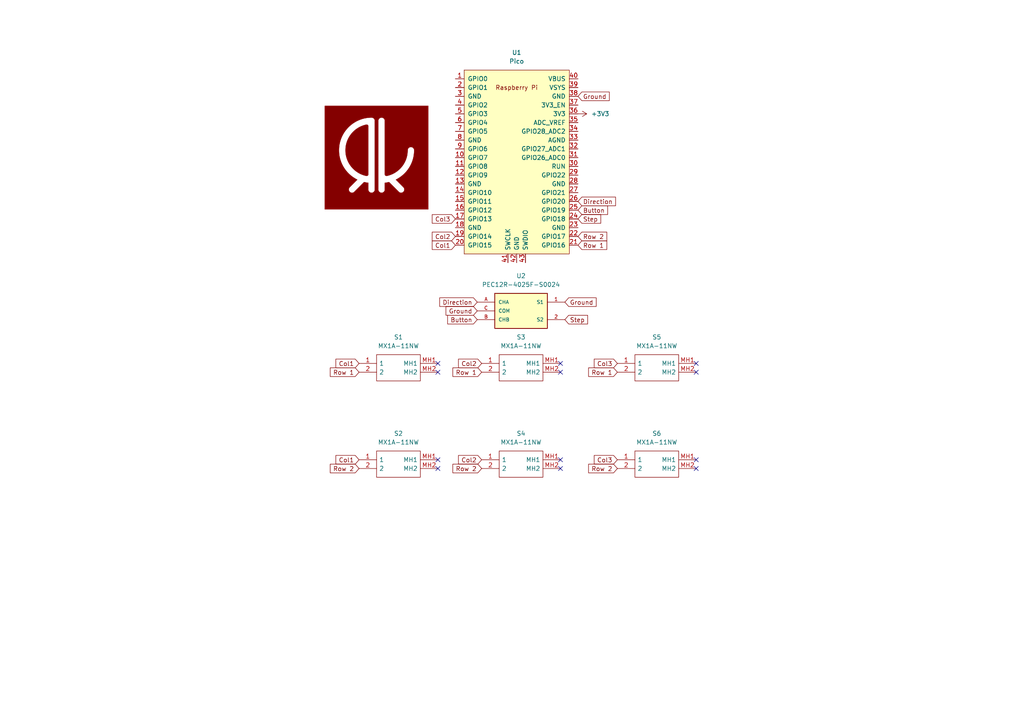
<source format=kicad_sch>
(kicad_sch (version 20211123) (generator eeschema)
  (paper "A4")
  (lib_symbols
    (symbol "KC_LOGO:LOGO" (pin_names (offset 1.016))
      (symbol "LOGO_0_0"
        (polyline (pts (xy -2.8014 -5.2997) (xy -2.7382 -5.2854) (xy -2.6765 -5.2617) (xy -2.6443 -5.2452) (xy -2.5828 -5.2043) (xy -2.529 -5.155) (xy -2.4837 -5.0984) (xy -2.4476 -5.0356) (xy -2.4215 -4.9676) (xy -2.4063 -4.8956) (xy -2.406 -4.8915) (xy -2.4057 -4.8789) (xy -2.4053 -4.8582) (xy -2.405 -4.8293) (xy -2.4047 -4.7922) (xy -2.4044 -4.7466) (xy -2.4042 -4.6924) (xy -2.4039 -4.6297) (xy -2.4036 -4.5582) (xy -2.4034 -4.4779) (xy -2.4032 -4.3886) (xy -2.4029 -4.2903) (xy -2.4027 -4.1829) (xy -2.4025 -4.0662) (xy -2.4024 -3.9401) (xy -2.4022 -3.8045) (xy -2.402 -3.6594) (xy -2.4019 -3.5046) (xy -2.4018 -3.34) (xy -2.4016 -3.1655) (xy -2.4015 -2.9811) (xy -2.4014 -2.7865) (xy -2.4013 -2.5817) (xy -2.4013 -2.3666) (xy -2.4012 -2.1411) (xy -2.4011 -1.9051) (xy -2.4011 0.3748) (xy -2.4012 0.7103) (xy -2.4012 1.0574) (xy -2.4013 1.4161) (xy -2.4014 1.7867) (xy -2.4015 2.1691) (xy -2.4032 9.1837) (xy -2.417 9.2284) (xy -2.4353 9.2795) (xy -2.4668 9.3433) (xy -2.5066 9.4001) (xy -2.5558 9.4519) (xy -2.6002 9.4886) (xy -2.6624 9.5274) (xy -2.7288 9.5549) (xy -2.7997 9.5713) (xy -2.8754 9.5767) (xy -2.888 9.5765) (xy -2.9116 9.5751) (xy -2.9376 9.572) (xy -2.9684 9.5669) (xy -3.0063 9.5593) (xy -3.0536 9.549) (xy -3.2661 9.4987) (xy -3.5198 9.4306) (xy -3.7675 9.355) (xy -4.0114 9.2711) (xy -4.2539 9.1781) (xy -4.4973 9.0754) (xy -4.5414 9.0555) (xy -4.5972 9.0295) (xy -4.6594 8.9997) (xy -4.7259 8.9674) (xy -4.7945 8.9335) (xy -4.8631 8.8991) (xy -4.9296 8.8653) (xy -4.9917 8.8332) (xy -5.0473 8.8038) (xy -5.0944 8.7781) (xy -5.2299 8.701) (xy -5.4866 8.5446) (xy -5.7358 8.379) (xy -5.9775 8.2047) (xy -6.2113 8.0217) (xy -6.4371 7.8304) (xy -6.6548 7.6311) (xy -6.864 7.4241) (xy -7.0648 7.2096) (xy -7.2568 6.9879) (xy -7.4399 6.7592) (xy -7.6139 6.524) (xy -7.7786 6.2823) (xy -7.9338 6.0345) (xy -8.0794 5.7809) (xy -8.2152 5.5218) (xy -8.341 5.2574) (xy -8.4565 4.988) (xy -8.5617 4.7138) (xy -8.6563 4.4353) (xy -8.7402 4.1525) (xy -8.8131 3.8658) (xy -8.8749 3.5755) (xy -8.9254 3.2819) (xy -8.9644 2.9852) (xy -8.9759 2.8748) (xy -8.999 2.574) (xy -9.0103 2.2734) (xy -9.0098 1.9732) (xy -8.9976 1.6739) (xy -8.9737 1.3757) (xy -8.9381 1.079) (xy -8.8909 0.7841) (xy -8.8322 0.4914) (xy -8.762 0.2013) (xy -8.6804 -0.086) (xy -8.5874 -0.37) (xy -8.483 -0.6505) (xy -8.3674 -0.9271) (xy -8.3406 -0.987) (xy -8.2141 -1.2533) (xy -8.078 -1.5131) (xy -7.9321 -1.767) (xy -7.776 -2.0154) (xy -7.6095 -2.2585) (xy -7.4324 -2.497) (xy -7.2443 -2.7311) (xy -7.045 -2.9613) (xy -7.0265 -2.9816) (xy -6.9891 -3.0216) (xy -6.9452 -3.0675) (xy -6.8962 -3.1178) (xy -6.8437 -3.1711) (xy -6.789 -3.226) (xy -6.7337 -3.2809) (xy -6.6791 -3.3345) (xy -6.6267 -3.3853) (xy -6.578 -3.4319) (xy -6.5344 -3.4728) (xy -6.4974 -3.5066) (xy -6.4619 -3.5381) (xy -6.2283 -3.7367) (xy -5.9891 -3.9247) (xy -5.7444 -4.102) (xy -5.4941 -4.2688) (xy -5.238 -4.4251) (xy -4.976 -4.571) (xy -4.7082 -4.7065) (xy -4.4343 -4.8316) (xy -4.4335 -4.832) (xy -4.2424 -4.9118) (xy -4.0509 -4.9856) (xy -3.8571 -5.054) (xy -3.6591 -5.1176) (xy -3.4551 -5.177) (xy -3.2431 -5.2329) (xy -3.0212 -5.2859) (xy -3.0161 -5.287) (xy -2.9388 -5.3004) (xy -2.8678 -5.3047) (xy -2.8014 -5.2997)) (stroke (width 0.01)) (fill (type outline)))
        (polyline (pts (xy 15.0012 15.0011) (xy -15.0011 15.0011) (xy -15.0011 2.0925) (xy -10.9099 2.0925) (xy -10.9094 2.2703) (xy -10.906 2.4447) (xy -10.8997 2.6129) (xy -10.8906 2.7722) (xy -10.8739 2.9832) (xy -10.8374 3.3213) (xy -10.7895 3.6563) (xy -10.73 3.9881) (xy -10.6591 4.3165) (xy -10.5767 4.6413) (xy -10.483 4.9625) (xy -10.378 5.28) (xy -10.2617 5.5934) (xy -10.1341 5.9029) (xy -9.9953 6.2081) (xy -9.8454 6.509) (xy -9.6844 6.8054) (xy -9.5123 7.0973) (xy -9.3649 7.3297) (xy -9.1779 7.6042) (xy -8.9808 7.8727) (xy -8.7741 8.1345) (xy -8.5582 8.3894) (xy -8.3334 8.6367) (xy -8.1001 8.8762) (xy -7.8588 9.1072) (xy -7.6098 9.3295) (xy -7.3535 9.5425) (xy -7.2595 9.617) (xy -6.9903 9.8197) (xy -6.715 10.0122) (xy -6.4338 10.1945) (xy -6.147 10.3662) (xy -5.8549 10.5275) (xy -5.5577 10.6781) (xy -5.2557 10.8181) (xy -4.9491 10.9471) (xy -4.6382 11.0653) (xy -4.3233 11.1724) (xy -4.0046 11.2684) (xy -3.6825 11.3531) (xy -3.357 11.4266) (xy -3.0286 11.4885) (xy -2.6975 11.539) (xy -2.3639 11.5778) (xy -2.0281 11.6048) (xy -2.0131 11.6057) (xy -1.9214 11.6109) (xy -1.8318 11.6152) (xy -1.7452 11.6185) (xy -1.6628 11.6209) (xy -1.5857 11.6222) (xy -1.5151 11.6226) (xy -1.4519 11.622) (xy -1.3974 11.6204) (xy -1.3527 11.6177) (xy -1.3188 11.614) (xy -1.2165 11.5935) (xy -1.115 11.5617) (xy -1.0194 11.5196) (xy -0.9296 11.4669) (xy -0.8456 11.4037) (xy -0.7673 11.33) (xy -0.7398 11.3002) (xy -0.6801 11.2265) (xy -0.6296 11.1493) (xy -0.5872 11.0669) (xy -0.552 10.9774) (xy -0.523 10.8788) (xy -0.5071 10.8158) (xy -0.5053 0.744) (xy -0.5053 0.5354) (xy -0.5052 0.0857) (xy -0.5051 -0.3522) (xy -0.5051 -0.7783) (xy -0.505 -1.1928) (xy -0.505 -1.5957) (xy -0.5049 -1.9871) (xy -0.5049 -2.2072) (xy 0.505 -2.2072) (xy 0.5051 -1.82) (xy 0.5051 -1.4213) (xy 0.5052 -1.0111) (xy 0.5052 -0.5892) (xy 0.5053 -0.1557) (xy 0.5053 0.2897) (xy 0.5054 0.747) (xy 0.5071 10.8158) (xy 0.5231 10.8788) (xy 0.549 10.9689) (xy 0.5813 11.0546) (xy 0.6196 11.1329) (xy 0.6652 11.2059) (xy 0.7192 11.2756) (xy 0.7827 11.3441) (xy 0.8318 11.3904) (xy 0.908 11.4518) (xy 0.9877 11.5032) (xy 1.0726 11.5454) (xy 1.1644 11.5795) (xy 1.2646 11.6064) (xy 1.2755 11.6087) (xy 1.2967 11.6127) (xy 1.318 11.6156) (xy 1.3418 11.6175) (xy 1.3705 11.6187) (xy 1.4065 11.6193) (xy 1.4521 11.6194) (xy 1.4756 11.6194) (xy 1.5162 11.6191) (xy 1.5484 11.6182) (xy 1.5745 11.6167) (xy 1.5968 11.6143) (xy 1.6178 11.6109) (xy 1.6397 11.6064) (xy 1.6816 11.5962) (xy 1.7822 11.5647) (xy 1.8753 11.5243) (xy 1.9622 11.4745) (xy 2.0439 11.4147) (xy 2.1215 11.3442) (xy 2.1572 11.3069) (xy 2.2208 11.2296) (xy 2.2745 11.148) (xy 2.319 11.0608) (xy 2.355 10.9665) (xy 2.3833 10.8638) (xy 2.3971 10.8038) (xy 2.4001 2.9462) (xy 2.4032 -4.9114) (xy 2.4164 -4.9537) (xy 2.4214 -4.9691) (xy 2.4452 -5.0301) (xy 2.4737 -5.083) (xy 2.5089 -5.131) (xy 2.5526 -5.1771) (xy 2.5983 -5.2153) (xy 2.6622 -5.2548) (xy 2.7332 -5.2846) (xy 2.7467 -5.2889) (xy 2.7656 -5.2941) (xy 2.7841 -5.2976) (xy 2.8053 -5.2996) (xy 2.8323 -5.3007) (xy 2.8683 -5.301) (xy 2.8882 -5.301) (xy 2.9096 -5.3006) (xy 2.9301 -5.2996) (xy 2.9512 -5.2976) (xy 2.974 -5.2946) (xy 2.9997 -5.2902) (xy 3.0296 -5.2842) (xy 3.0649 -5.2764) (xy 3.1069 -5.2665) (xy 3.1568 -5.2544) (xy 3.2158 -5.2397) (xy 3.2853 -5.2223) (xy 3.5157 -5.1603) (xy 3.798 -5.0733) (xy 4.077 -4.9751) (xy 4.3523 -4.8659) (xy 4.6234 -4.746) (xy 4.8896 -4.6157) (xy 5.1506 -4.4753) (xy 5.4057 -4.3249) (xy 5.6545 -4.1649) (xy 5.8964 -3.9956) (xy 6.1309 -3.8172) (xy 6.3575 -3.63) (xy 6.4099 -3.5843) (xy 6.4818 -3.5197) (xy 6.5572 -3.4503) (xy 6.6345 -3.3776) (xy 6.7121 -3.303) (xy 6.7883 -3.2283) (xy 6.8617 -3.1549) (xy 6.9306 -3.0844) (xy 6.9933 -3.0183) (xy 7.0483 -2.9583) (xy 7.1212 -2.876) (xy 7.3044 -2.6592) (xy 7.4768 -2.4403) (xy 7.639 -2.2183) (xy 7.792 -1.9919) (xy 7.9364 -1.76) (xy 8.073 -1.5215) (xy 8.2027 -1.2751) (xy 8.3316 -1.007) (xy 8.4509 -0.7315) (xy 8.5588 -0.4525) (xy 8.6551 -0.1701) (xy 8.74 0.1157) (xy 8.8133 0.4048) (xy 8.8751 0.6971) (xy 8.9253 0.9925) (xy 8.964 1.291) (xy 8.991 1.5925) (xy 9.0065 1.897) (xy 9.0069 1.911) (xy 9.0086 1.9636) (xy 9.0102 2.0162) (xy 9.0118 2.0663) (xy 9.0133 2.1116) (xy 9.0145 2.1497) (xy 9.0154 2.1781) (xy 9.0207 2.2532) (xy 9.038 2.3558) (xy 9.0666 2.4545) (xy 9.1064 2.5492) (xy 9.1572 2.6395) (xy 9.219 2.7251) (xy 9.2915 2.8055) (xy 9.3216 2.8346) (xy 9.4007 2.9008) (xy 9.4843 2.9566) (xy 9.5735 3.0026) (xy 9.6694 3.0394) (xy 9.7732 3.0677) (xy 9.7842 3.07) (xy 9.8053 3.074) (xy 9.8267 3.0769) (xy 9.8505 3.0788) (xy 9.8792 3.08) (xy 9.9152 3.0806) (xy 9.9608 3.0808) (xy 10.0106 3.0804) (xy 10.0611 3.0786) (xy 10.1049 3.0749) (xy 10.1452 3.069) (xy 10.1847 3.0603) (xy 10.2264 3.0483) (xy 10.2732 3.0328) (xy 10.3423 3.0061) (xy 10.4197 2.9683) (xy 10.4919 2.9233) (xy 10.5613 2.8696) (xy 10.6303 2.8056) (xy 10.6889 2.7424) (xy 10.7521 2.6601) (xy 10.8045 2.5735) (xy 10.8464 2.4819) (xy 10.8782 2.3844) (xy 10.9004 2.2801) (xy 10.9037 2.2535) (xy 10.9064 2.2138) (xy 10.9083 2.1645) (xy 10.9094 2.107) (xy 10.9097 2.0425) (xy 10.9093 1.9723) (xy 10.908 1.8976) (xy 10.906 1.8199) (xy 10.9033 1.7403) (xy 10.8998 1.6601) (xy 10.8956 1.5806) (xy 10.8908 1.5031) (xy 10.865 1.1954) (xy 10.8259 0.8602) (xy 10.7755 0.5289) (xy 10.7138 0.201) (xy 10.6406 -0.1235) (xy 10.5558 -0.4452) (xy 10.4596 -0.7641) (xy 10.3517 -1.0807) (xy 10.232 -1.3951) (xy 10.167 -1.5535) (xy 10.0317 -1.8587) (xy 9.8857 -2.159) (xy 9.7289 -2.454) (xy 9.5615 -2.7437) (xy 9.3837 -3.0276) (xy 9.1958 -3.3056) (xy 8.9977 -3.5774) (xy 8.7897 -3.8427) (xy 8.5719 -4.1013) (xy 8.5088 -4.1729) (xy 8.2887 -4.4114) (xy 8.0596 -4.6429) (xy 7.8222 -4.867) (xy 7.577 -5.0833) (xy 7.3247 -5.2911) (xy 7.0659 -5.4901) (xy 6.8012 -5.6798) (xy 6.5311 -5.8598) (xy 6.2564 -6.0295) (xy 5.9775 -6.1885) (xy 5.695 -6.3363) (xy 5.5966 -6.3855) (xy 6.719 -7.5086) (xy 6.7908 -7.5805) (xy 6.9162 -7.7061) (xy 7.0333 -7.8234) (xy 7.1422 -7.9327) (xy 7.2431 -8.0339) (xy 7.336 -8.1273) (xy 7.4211 -8.2129) (xy 7.4984 -8.2909) (xy 7.5683 -8.3614) (xy 7.6307 -8.4246) (xy 7.6857 -8.4806) (xy 7.7336 -8.5294) (xy 7.7745 -8.5713) (xy 7.8084 -8.6064) (xy 7.8355 -8.6347) (xy 7.856 -8.6565) (xy 7.8698 -8.6718) (xy 7.8773 -8.6808) (xy 7.9027 -8.7171) (xy 7.9577 -8.8102) (xy 8.0017 -8.908) (xy 8.0346 -9.0101) (xy 8.0562 -9.1162) (xy 8.0586 -9.1352) (xy 8.0631 -9.194) (xy 8.064 -9.2579) (xy 8.0615 -9.3227) (xy 8.0557 -9.3843) (xy 8.0468 -9.4384) (xy 8.0332 -9.4943) (xy 7.9997 -9.5953) (xy 7.9561 -9.6907) (xy 7.903 -9.7799) (xy 7.841 -9.8623) (xy 7.7706 -9.9371) (xy 7.6925 -10.0039) (xy 7.607 -10.0619) (xy 7.5149 -10.1105) (xy 7.4166 -10.1492) (xy 7.4146 -10.1499) (xy 7.3105 -10.1782) (xy 7.2068 -10.1945) (xy 7.1031 -10.1989) (xy 6.9992 -10.1914) (xy 6.8948 -10.172) (xy 6.7896 -10.1405) (xy 6.7348 -10.1188) (xy 6.6591 -10.0814) (xy 6.5859 -10.0374) (xy 6.5195 -9.989) (xy 6.5184 -9.988) (xy 6.5092 -9.9793) (xy 6.492 -9.9626) (xy 6.4671 -9.938) (xy 6.4347 -9.9061) (xy 6.3952 -9.867) (xy 6.3489 -9.8211) (xy 6.2961 -9.7687) (xy 6.2372 -9.7102) (xy 6.1724 -9.6458) (xy 6.1021 -9.5758) (xy 6.0266 -9.5007) (xy 5.9461 -9.4206) (xy 5.8612 -9.3359) (xy 5.7719 -9.2469) (xy 5.6787 -9.154) (xy 5.5819 -9.0575) (xy 5.4818 -8.9576) (xy 5.3787 -8.8547) (xy 5.273 -8.7491) (xy 5.1649 -8.6411) (xy 5.0547 -8.531) (xy 3.6199 -7.0972) (xy 3.5096 -7.1218) (xy 3.3761 -7.1506) (xy 3.177 -7.19) (xy 2.9776 -7.225) (xy 2.7742 -7.2563) (xy 2.5628 -7.2844) (xy 2.5328 -7.2881) (xy 2.4945 -7.2928) (xy 2.4612 -7.2968) (xy 2.4346 -7.2999) (xy 2.4164 -7.3019) (xy 2.4085 -7.3026) (xy 2.408 -7.3029) (xy 2.407 -7.3062) (xy 2.4061 -7.3133) (xy 2.4052 -7.3247) (xy 2.4045 -7.341) (xy 2.4038 -7.3625) (xy 2.4031 -7.3898) (xy 2.4026 -7.4234) (xy 2.402 -7.4637) (xy 2.4015 -7.5112) (xy 2.4011 -7.5664) (xy 2.4007 -7.6298) (xy 2.4003 -7.7018) (xy 2.4 -7.7829) (xy 2.3997 -7.8736) (xy 2.3994 -7.9744) (xy 2.3992 -8.0858) (xy 2.3989 -8.2082) (xy 2.3987 -8.3422) (xy 2.3968 -9.3818) (xy 2.3836 -9.4377) (xy 2.3626 -9.516) (xy 2.3292 -9.6097) (xy 2.2884 -9.6965) (xy 2.2391 -9.7781) (xy 2.2176 -9.8088) (xy 2.1506 -9.8905) (xy 2.0755 -9.9638) (xy 1.9933 -10.0281) (xy 1.9046 -10.0829) (xy 1.8103 -10.1276) (xy 1.7113 -10.1618) (xy 1.6082 -10.185) (xy 1.5699 -10.1906) (xy 1.4638 -10.198) (xy 1.3579 -10.1933) (xy 1.2521 -10.1767) (xy 1.2129 -10.1674) (xy 1.1138 -10.1358) (xy 1.0199 -10.0939) (xy 0.9317 -10.0425) (xy 0.8499 -9.9823) (xy 0.7751 -9.9139) (xy 0.708 -9.8382) (xy 0.6492 -9.7557) (xy 0.5994 -9.6673) (xy 0.5592 -9.5735) (xy 0.5292 -9.4751) (xy 0.5102 -9.3728) (xy 0.51 -9.3677) (xy 0.5097 -9.3547) (xy 0.5094 -9.3339) (xy 0.5091 -9.3051) (xy 0.5089 -9.2683) (xy 0.5086 -9.2234) (xy 0.5084 -9.1703) (xy 0.5081 -9.1088) (xy 0.5079 -9.039) (xy 0.5077 -8.9607) (xy 0.5075 -8.8738) (xy 0.5073 -8.7783) (xy 0.5071 -8.674) (xy 0.5069 -8.5608) (xy 0.5067 -8.4387) (xy 0.5066 -8.3075) (xy 0.5064 -8.1673) (xy 0.5063 -8.0177) (xy 0.5061 -7.8589) (xy 0.506 -7.6907) (xy 0.5059 -7.5129) (xy 0.5058 -7.3256) (xy 0.5057 -7.1286) (xy 0.5056 -6.9218) (xy 0.5055 -6.7051) (xy 0.5054 -6.4784) (xy 0.5053 -6.2417) (xy 0.5052 -5.9949) (xy 0.5052 -5.7378) (xy 0.5051 -5.4703) (xy 0.5051 -5.1925) (xy 0.505 -4.9041) (xy 0.505 -2.2072) (xy -0.5049 -2.2072) (xy -0.5049 -3.0936) (xy -0.5048 -3.4401) (xy -0.5048 -4.1004) (xy -0.5049 -4.4143) (xy -0.5049 -5.2924) (xy -0.505 -5.5642) (xy -0.505 -5.8257) (xy -0.5051 -6.077) (xy -0.5052 -6.3183) (xy -0.5052 -6.5495) (xy -0.5053 -6.7708) (xy -0.5054 -6.9824) (xy -0.5055 -7.1842) (xy -0.5056 -7.3765) (xy -0.5057 -7.5592) (xy -0.5059 -7.7325) (xy -0.506 -7.8966) (xy -0.5061 -8.0514) (xy -0.5063 -8.1971) (xy -0.5064 -8.3338) (xy -0.5066 -8.4616) (xy -0.5068 -8.5806) (xy -0.507 -8.6909) (xy -0.5071 -8.7925) (xy -0.5073 -8.8856) (xy -0.5076 -8.9703) (xy -0.5078 -9.0467) (xy -0.508 -9.1149) (xy -0.5082 -9.1749) (xy -0.5085 -9.2269) (xy -0.5087 -9.271) (xy -0.509 -9.3072) (xy -0.5093 -9.3357) (xy -0.5095 -9.3566) (xy -0.5098 -9.3699) (xy -0.5101 -9.3758) (xy -0.5283 -9.4715) (xy -0.5586 -9.5713) (xy -0.5992 -9.6666) (xy -0.6497 -9.7566) (xy -0.7094 -9.8405) (xy -0.7778 -9.9174) (xy -0.8542 -9.9865) (xy -0.9382 -10.0471) (xy -1.029 -10.0983) (xy -1.0912 -10.1264) (xy -1.1925 -10.1621) (xy -1.295 -10.1858) (xy -1.3986 -10.1977) (xy -1.503 -10.1977) (xy -1.6081 -10.1857) (xy -1.7023 -10.1648) (xy -1.802 -10.1315) (xy -1.8961 -10.0881) (xy -1.9841 -10.0352) (xy -2.0654 -9.9731) (xy -2.1396 -9.9025) (xy -2.206 -9.8239) (xy -2.2642 -9.7378) (xy -2.3135 -9.6447) (xy -2.3534 -9.5452) (xy -2.3835 -9.4397) (xy -2.3968 -9.3818) (xy -2.3986 -8.3422) (xy -2.3989 -8.2081) (xy -2.3991 -8.0826) (xy -2.3994 -7.9682) (xy -2.3997 -7.8646) (xy -2.4001 -7.7713) (xy -2.4005 -7.6879) (xy -2.4009 -7.614) (xy -2.4013 -7.5491) (xy -2.4018 -7.4929) (xy -2.4023 -7.4448) (xy -2.4029 -7.4046) (xy -2.4036 -7.3716) (xy -2.4043 -7.3457) (xy -2.405 -7.3262) (xy -2.4058 -7.3128) (xy -2.4067 -7.3051) (xy -2.4077 -7.3026) (xy -2.4078 -7.3026) (xy -2.4189 -7.3018) (xy -2.44 -7.2996) (xy -2.4695 -7.2963) (xy -2.5056 -7.292) (xy -2.5466 -7.2869) (xy -2.5906 -7.2814) (xy -2.636 -7.2756) (xy -2.681 -7.2698) (xy -2.7239 -7.2641) (xy -2.7628 -7.2587) (xy -2.7962 -7.254) (xy -2.8529 -7.2455) (xy -3.0698 -7.2101) (xy -3.2824 -7.1703) (xy -3.4964 -7.1251) (xy -3.6201 -7.0975) (xy -5.0608 -8.5372) (xy -5.1885 -8.6648) (xy -5.3262 -8.8023) (xy -5.457 -8.9328) (xy -5.581 -9.0565) (xy -5.6979 -9.173) (xy -5.8078 -9.2825) (xy -5.9105 -9.3846) (xy -6.0059 -9.4795) (xy -6.0939 -9.5669) (xy -6.1744 -9.6467) (xy -6.2474 -9.7189) (xy -6.3127 -9.7834) (xy -6.3702 -9.84) (xy -6.4198 -9.8887) (xy -6.4615 -9.9294) (xy -6.4951 -9.962) (xy -6.5205 -9.9863) (xy -6.5377 -10.0024) (xy -6.5465 -10.01) (xy -6.5626 -10.0216) (xy -6.6546 -10.0793) (xy -6.7512 -10.126) (xy -6.8523 -10.1616) (xy -6.9575 -10.1859) (xy -6.9616 -10.1866) (xy -7.0002 -10.1916) (xy -7.0454 -10.1953) (xy -7.0935 -10.1975) (xy -7.1409 -10.1982) (xy -7.1838 -10.1973) (xy -7.2185 -10.1945) (xy -7.2937 -10.1824) (xy -7.3974 -10.1559) (xy -7.4958 -10.1192) (xy -7.5884 -10.0728) (xy -7.6745 -10.0173) (xy -7.7537 -9.9532) (xy -7.8254 -9.8811) (xy -7.8889 -9.8013) (xy -7.9437 -9.7146) (xy -7.9893 -9.6214) (xy -8.0251 -9.5223) (xy -8.0504 -9.4178) (xy -8.0521 -9.4079) (xy -8.0571 -9.366) (xy -8.0604 -9.317) (xy -8.062 -9.264) (xy -8.0617 -9.2102) (xy -8.0597 -9.1588) (xy -8.056 -9.1129) (xy -8.0505 -9.0757) (xy -8.0321 -8.9999) (xy -8.0005 -8.9055) (xy -7.9604 -8.8152) (xy -7.9128 -8.7312) (xy -7.8588 -8.6557) (xy -7.8543 -8.6508) (xy -7.8414 -8.6373) (xy -7.8206 -8.6161) (xy -7.7923 -8.5873) (xy -7.757 -8.5515) (xy -7.7149 -8.5089) (xy -7.6663 -8.4599) (xy -7.6118 -8.4049) (xy -7.5516 -8.3443) (xy -7.4861 -8.2783) (xy -7.4156 -8.2075) (xy -7.3405 -8.1321) (xy -7.2612 -8.0524) (xy -7.178 -7.969) (xy -7.0914 -7.882) (xy -7.0015 -7.7919) (xy -6.9089 -7.6991) (xy -6.8138 -7.6039) (xy -6.7167 -7.5066) (xy -5.5988 -6.3875) (xy -5.7498 -6.3095) (xy -5.9707 -6.1922) (xy -6.2146 -6.0544) (xy -6.45 -5.9122) (xy -6.6785 -5.7646) (xy -6.7349 -5.7266) (xy -7.011 -5.5324) (xy -7.2796 -5.3288) (xy -7.5405 -5.1163) (xy -7.7935 -4.8949) (xy -8.0383 -4.665) (xy -8.2748 -4.4268) (xy -8.5027 -4.1805) (xy -8.7218 -3.9264) (xy -8.9319 -3.6647) (xy -9.1326 -3.3957) (xy -9.3239 -3.1197) (xy -9.5054 -2.8368) (xy -9.677 -2.5472) (xy -9.7834 -2.3551) (xy -9.9362 -2.0586) (xy -10.0783 -1.7569) (xy -10.2097 -1.4504) (xy -10.3302 -1.1395) (xy -10.4396 -0.8246) (xy -10.538 -0.5061) (xy -10.6251 -0.1844) (xy -10.7008 0.1401) (xy -10.765 0.467) (xy -10.8177 0.7959) (xy -10.8586 1.1264) (xy -10.8876 1.4581) (xy -10.8944 1.5661) (xy -10.9024 1.7377) (xy -10.9076 1.9141) (xy -10.9099 2.0925) (xy -15.0011 2.0925) (xy -15.0011 -15.0012) (xy 15.0012 -15.0012) (xy 15.0012 15.0011)) (stroke (width 0.01)) (fill (type outline)))
      )
    )
    (symbol "MCU_RaspberryPi_and_Boards:Pico" (pin_names (offset 1.016))
      (property "Reference" "U" (at -13.97 27.94 0))
      (property "Value" "Pico" (at 0 19.05 0))
      (symbol "Pico_0_0"
        (text "Raspberry Pi" (at 0 21.59 0) (effects (font (size 1.27 1.27))))
      )
      (symbol "Pico_0_1"
        (rectangle (start -15.24 26.67) (end 15.24 -26.67) (fill (type background)))
      )
      (symbol "Pico_1_1"
        (pin bidirectional line (at -17.78 24.13 0) (length 2.54) (name "GPIO0") (number "1"))
        (pin bidirectional line (at -17.78 1.27 0) (length 2.54) (name "GPIO7") (number "10"))
        (pin bidirectional line (at -17.78 -1.27 0) (length 2.54) (name "GPIO8") (number "11"))
        (pin bidirectional line (at -17.78 -3.81 0) (length 2.54) (name "GPIO9") (number "12"))
        (pin power_in line (at -17.78 -6.35 0) (length 2.54) (name "GND") (number "13"))
        (pin bidirectional line (at -17.78 -8.89 0) (length 2.54) (name "GPIO10") (number "14"))
        (pin bidirectional line (at -17.78 -11.43 0) (length 2.54) (name "GPIO11") (number "15"))
        (pin bidirectional line (at -17.78 -13.97 0) (length 2.54) (name "GPIO12") (number "16"))
        (pin bidirectional line (at -17.78 -16.51 0) (length 2.54) (name "GPIO13") (number "17"))
        (pin power_in line (at -17.78 -19.05 0) (length 2.54) (name "GND") (number "18"))
        (pin bidirectional line (at -17.78 -21.59 0) (length 2.54) (name "GPIO14") (number "19"))
        (pin bidirectional line (at -17.78 21.59 0) (length 2.54) (name "GPIO1") (number "2"))
        (pin bidirectional line (at -17.78 -24.13 0) (length 2.54) (name "GPIO15") (number "20"))
        (pin bidirectional line (at 17.78 -24.13 180) (length 2.54) (name "GPIO16") (number "21"))
        (pin bidirectional line (at 17.78 -21.59 180) (length 2.54) (name "GPIO17") (number "22"))
        (pin power_in line (at 17.78 -19.05 180) (length 2.54) (name "GND") (number "23"))
        (pin bidirectional line (at 17.78 -16.51 180) (length 2.54) (name "GPIO18") (number "24"))
        (pin bidirectional line (at 17.78 -13.97 180) (length 2.54) (name "GPIO19") (number "25"))
        (pin bidirectional line (at 17.78 -11.43 180) (length 2.54) (name "GPIO20") (number "26"))
        (pin bidirectional line (at 17.78 -8.89 180) (length 2.54) (name "GPIO21") (number "27"))
        (pin power_in line (at 17.78 -6.35 180) (length 2.54) (name "GND") (number "28"))
        (pin bidirectional line (at 17.78 -3.81 180) (length 2.54) (name "GPIO22") (number "29"))
        (pin power_in line (at -17.78 19.05 0) (length 2.54) (name "GND") (number "3"))
        (pin input line (at 17.78 -1.27 180) (length 2.54) (name "RUN") (number "30"))
        (pin bidirectional line (at 17.78 1.27 180) (length 2.54) (name "GPIO26_ADC0") (number "31"))
        (pin bidirectional line (at 17.78 3.81 180) (length 2.54) (name "GPIO27_ADC1") (number "32"))
        (pin power_in line (at 17.78 6.35 180) (length 2.54) (name "AGND") (number "33"))
        (pin bidirectional line (at 17.78 8.89 180) (length 2.54) (name "GPIO28_ADC2") (number "34"))
        (pin unspecified line (at 17.78 11.43 180) (length 2.54) (name "ADC_VREF") (number "35"))
        (pin unspecified line (at 17.78 13.97 180) (length 2.54) (name "3V3") (number "36"))
        (pin input line (at 17.78 16.51 180) (length 2.54) (name "3V3_EN") (number "37"))
        (pin bidirectional line (at 17.78 19.05 180) (length 2.54) (name "GND") (number "38"))
        (pin unspecified line (at 17.78 21.59 180) (length 2.54) (name "VSYS") (number "39"))
        (pin bidirectional line (at -17.78 16.51 0) (length 2.54) (name "GPIO2") (number "4"))
        (pin unspecified line (at 17.78 24.13 180) (length 2.54) (name "VBUS") (number "40"))
        (pin input line (at -2.54 -29.21 90) (length 2.54) (name "SWCLK") (number "41"))
        (pin power_in line (at 0 -29.21 90) (length 2.54) (name "GND") (number "42"))
        (pin bidirectional line (at 2.54 -29.21 90) (length 2.54) (name "SWDIO") (number "43"))
        (pin bidirectional line (at -17.78 13.97 0) (length 2.54) (name "GPIO3") (number "5"))
        (pin bidirectional line (at -17.78 11.43 0) (length 2.54) (name "GPIO4") (number "6"))
        (pin bidirectional line (at -17.78 8.89 0) (length 2.54) (name "GPIO5") (number "7"))
        (pin power_in line (at -17.78 6.35 0) (length 2.54) (name "GND") (number "8"))
        (pin bidirectional line (at -17.78 3.81 0) (length 2.54) (name "GPIO6") (number "9"))
      )
    )
    (symbol "MX1A-11NW:MX1A-11NW" (pin_names (offset 0.762))
      (property "Reference" "S" (at 19.05 7.62 0))
      (property "Value" "MX1A-11NW" (at 19.05 5.08 0))
      (symbol "MX1A-11NW_0_0"
        (pin passive line (at 0 0 0) (length 5.08) (name "1") (number "1"))
        (pin passive line (at 0 -2.54 0) (length 5.08) (name "2") (number "2"))
        (pin passive line (at 22.86 0 180) (length 5.08) (name "MH1") (number "MH1"))
        (pin passive line (at 22.86 -2.54 180) (length 5.08) (name "MH2") (number "MH2"))
      )
      (symbol "MX1A-11NW_0_1"
        (polyline (pts (xy 5.08 2.54) (xy 17.78 2.54) (xy 17.78 -5.08) (xy 5.08 -5.08) (xy 5.08 2.54)) (stroke (width 0.1524)))
      )
    )
    (symbol "PEC12R-4025F-S0024:PEC12R-4025F-S0024" (pin_names (offset 1.016))
      (property "Reference" "U" (at -7.62 5.334 0))
      (property "Value" "PEC12R-4025F-S0024" (at -7.112 -6.858 0))
      (symbol "PEC12R-4025F-S0024_0_0"
        (rectangle (start -7.62 -5.08) (end 7.62 5.08) (stroke (width 0.254)) (fill (type background)))
        (pin passive line (at 12.7 2.54 180) (length 5.08) (name "S1") (number "1"))
        (pin passive line (at 12.7 -2.54 180) (length 5.08) (name "S2") (number "2"))
        (pin bidirectional line (at -12.7 2.54 0) (length 5.08) (name "CHA") (number "A"))
        (pin bidirectional line (at -12.7 -2.54 0) (length 5.08) (name "CHB") (number "B"))
        (pin bidirectional line (at -12.7 0 0) (length 5.08) (name "COM") (number "C"))
      )
    )
    (symbol "power:+3V3" (power) (pin_names (offset 0))
      (property "Value" "+3V3" (at 0 3.556 0))
      (symbol "+3V3_0_1"
        (polyline (pts (xy -0.762 1.27) (xy 0 2.54)))
        (polyline (pts (xy 0 0) (xy 0 2.54)))
        (polyline (pts (xy 0 2.54) (xy 0.762 1.27)))
      )
      (symbol "+3V3_1_1"
        (pin power_in line (at 0 0 90) (length 0) hide (name "+3V3") (number "1"))
      )
    )
  )
  (no_connect (at 201.93 133.35))
  (no_connect (at 201.93 135.89))
  (no_connect (at 162.56 133.35))
  (no_connect (at 162.56 135.89))
  (no_connect (at 162.56 107.95))
  (no_connect (at 162.56 105.41))
  (no_connect (at 201.93 105.41))
  (no_connect (at 201.93 107.95))
  (no_connect (at 261.62 -25.4))
  (no_connect (at 127 133.35))
  (no_connect (at 127 107.95))
  (no_connect (at 127 105.41))
  (no_connect (at 127 135.89))
  (global_label "Col3" (shape input) (at 179.07 105.41 180) (property "Intersheet References" "${INTERSHEET_REFS}" (effects hide)))
  (global_label "Row 2" (shape input) (at 139.7 135.89 180) (property "Intersheet References" "${INTERSHEET_REFS}" (effects hide)))
  (global_label "Row 2" (shape input) (at 167.64 68.58 0) (property "Intersheet References" "${INTERSHEET_REFS}" (effects hide)))
  (global_label "Row 2" (shape input) (at 104.14 135.89 180) (property "Intersheet References" "${INTERSHEET_REFS}" (effects hide)))
  (global_label "Col1" (shape input) (at 132.08 71.12 180) (property "Intersheet References" "${INTERSHEET_REFS}" (effects hide)))
  (global_label "Col3" (shape input) (at 132.08 63.5 180) (property "Intersheet References" "${INTERSHEET_REFS}" (effects hide)))
  (global_label "Col2" (shape input) (at 132.08 68.58 180) (property "Intersheet References" "${INTERSHEET_REFS}" (effects hide)))
  (global_label "Ground" (shape input) (at 163.83 87.63 0) (property "Intersheet References" "${INTERSHEET_REFS}" (effects hide)))
  (global_label "Row 1" (shape input) (at 104.14 107.95 180) (property "Intersheet References" "${INTERSHEET_REFS}" (effects hide)))
  (global_label "Row 1" (shape input) (at 139.7 107.95 180) (property "Intersheet References" "${INTERSHEET_REFS}" (effects hide)))
  (global_label "Col1" (shape input) (at 104.14 133.35 180) (property "Intersheet References" "${INTERSHEET_REFS}" (effects hide)))
  (global_label "Col2" (shape input) (at 139.7 105.41 180) (property "Intersheet References" "${INTERSHEET_REFS}" (effects hide)))
  (global_label "Col1" (shape input) (at 104.14 105.41 180) (property "Intersheet References" "${INTERSHEET_REFS}" (effects hide)))
  (global_label "Row 1" (shape input) (at 167.64 71.12 0) (property "Intersheet References" "${INTERSHEET_REFS}" (effects hide)))
  (global_label "Ground" (shape input) (at 167.64 27.94 0) (property "Intersheet References" "${INTERSHEET_REFS}" (effects hide)))
  (global_label "Step" (shape input) (at 163.83 92.71 0) (property "Intersheet References" "${INTERSHEET_REFS}" (effects hide)))
  (global_label "Direction" (shape input) (at 138.43 87.63 180) (property "Intersheet References" "${INTERSHEET_REFS}" (effects hide)))
  (global_label "Row 1" (shape input) (at 179.07 107.95 180) (property "Intersheet References" "${INTERSHEET_REFS}" (effects hide)))
  (global_label "Button" (shape input) (at 138.43 92.71 180) (property "Intersheet References" "${INTERSHEET_REFS}" (effects hide)))
  (global_label "Row 2" (shape input) (at 179.07 135.89 180) (property "Intersheet References" "${INTERSHEET_REFS}" (effects hide)))
  (global_label "Ground" (shape input) (at 138.43 90.17 180) (property "Intersheet References" "${INTERSHEET_REFS}" (effects hide)))
  (global_label "Direction" (shape input) (at 167.64 58.42 0) (property "Intersheet References" "${INTERSHEET_REFS}" (effects hide)))
  (global_label "Button" (shape input) (at 167.64 60.96 0) (property "Intersheet References" "${INTERSHEET_REFS}" (effects hide)))
  (global_label "Col3" (shape input) (at 179.07 133.35 180) (property "Intersheet References" "${INTERSHEET_REFS}" (effects hide)))
  (global_label "Col2" (shape input) (at 139.7 133.35 180) (property "Intersheet References" "${INTERSHEET_REFS}" (effects hide)))
  (global_label "Step" (shape input) (at 167.64 63.5 0) (property "Intersheet References" "${INTERSHEET_REFS}" (effects hide)))
  (symbol (lib_id "MX1A-11NW:MX1A-11NW") (at 179.07 105.41 0) (unit 1)
    (property "Reference" "S5" (at 190.5 97.79 0))
    (property "Value" "MX1A-11NW" (at 190.5 100.33 0))
    (property "Footprint" "MX1A11NW:MX1A11NW" (effects hide))
    (property "Datasheet" "https://media.digikey.com/pdf/Data%20Sheets/Cherry%20PDFs/MX%20Series.pdf" (effects hide))
    (property "Description" "CHERRY - MX1A-11NW - Tactile Switch, MX Series, Top Actuated, Surface Mount, Plunger for Cap, 59.5 gf, 10mA at 12VDC" (effects hide))
    (property "Height" "15.2" (effects hide))
    (property "Manufacturer_Name" "Cherry" (effects hide))
    (property "Manufacturer_Part_Number" "MX1A-11NW" (effects hide))
    (property "Mouser Part Number" "540-MX1A-11NW" (effects hide))
    (property "Mouser Price/Stock" "https://www.mouser.co.uk/ProductDetail/CHERRY/MX1A-11NW?qs=5iusCjFLgR7487Rvpe7dvw%3D%3D" (effects hide))
    (property "Arrow Part Number" "MX1A-11NW" (effects hide))
    (property "Arrow Price/Stock" "https://www.arrow.com/en/products/mx1a-11nw/cherry-americas-llc?region=europe" (effects hide))
  )
  (symbol (lib_id "MX1A-11NW:MX1A-11NW") (at 104.14 133.35 0) (unit 1)
    (property "Reference" "S2" (at 115.57 125.73 0))
    (property "Value" "MX1A-11NW" (at 115.57 128.27 0))
    (property "Footprint" "MX1A11NW:MX1A11NW" (effects hide))
    (property "Datasheet" "https://media.digikey.com/pdf/Data%20Sheets/Cherry%20PDFs/MX%20Series.pdf" (effects hide))
    (property "Description" "CHERRY - MX1A-11NW - Tactile Switch, MX Series, Top Actuated, Surface Mount, Plunger for Cap, 59.5 gf, 10mA at 12VDC" (effects hide))
    (property "Height" "15.2" (effects hide))
    (property "Manufacturer_Name" "Cherry" (effects hide))
    (property "Manufacturer_Part_Number" "MX1A-11NW" (effects hide))
    (property "Mouser Part Number" "540-MX1A-11NW" (effects hide))
    (property "Mouser Price/Stock" "https://www.mouser.co.uk/ProductDetail/CHERRY/MX1A-11NW?qs=5iusCjFLgR7487Rvpe7dvw%3D%3D" (effects hide))
    (property "Arrow Part Number" "MX1A-11NW" (effects hide))
    (property "Arrow Price/Stock" "https://www.arrow.com/en/products/mx1a-11nw/cherry-americas-llc?region=europe" (effects hide))
  )
  (symbol (lib_id "MX1A-11NW:MX1A-11NW") (at 139.7 105.41 0) (unit 1)
    (property "Reference" "S3" (at 151.13 97.79 0))
    (property "Value" "MX1A-11NW" (at 151.13 100.33 0))
    (property "Footprint" "MX1A11NW:MX1A11NW" (effects hide))
    (property "Datasheet" "https://media.digikey.com/pdf/Data%20Sheets/Cherry%20PDFs/MX%20Series.pdf" (effects hide))
    (property "Description" "CHERRY - MX1A-11NW - Tactile Switch, MX Series, Top Actuated, Surface Mount, Plunger for Cap, 59.5 gf, 10mA at 12VDC" (effects hide))
    (property "Height" "15.2" (effects hide))
    (property "Manufacturer_Name" "Cherry" (effects hide))
    (property "Manufacturer_Part_Number" "MX1A-11NW" (effects hide))
    (property "Mouser Part Number" "540-MX1A-11NW" (effects hide))
    (property "Mouser Price/Stock" "https://www.mouser.co.uk/ProductDetail/CHERRY/MX1A-11NW?qs=5iusCjFLgR7487Rvpe7dvw%3D%3D" (effects hide))
    (property "Arrow Part Number" "MX1A-11NW" (effects hide))
    (property "Arrow Price/Stock" "https://www.arrow.com/en/products/mx1a-11nw/cherry-americas-llc?region=europe" (effects hide))
  )
  (symbol (lib_id "MCU_RaspberryPi_and_Boards:Pico") (at 149.86 46.99 0) (unit 1)
    (property "Reference" "U1" (at 149.86 15.24 0))
    (property "Value" "Pico" (at 149.86 17.78 0))
    (property "Footprint" "MCU_RaspberryPi_and_Boards:RPi_Pico_SMD_TH" (effects hide))
  )
  (symbol (lib_id "MX1A-11NW:MX1A-11NW") (at 179.07 133.35 0) (unit 1)
    (property "Reference" "S6" (at 190.5 125.73 0))
    (property "Value" "MX1A-11NW" (at 190.5 128.27 0))
    (property "Footprint" "MX1A11NW:MX1A11NW" (effects hide))
    (property "Datasheet" "https://media.digikey.com/pdf/Data%20Sheets/Cherry%20PDFs/MX%20Series.pdf" (effects hide))
    (property "Description" "CHERRY - MX1A-11NW - Tactile Switch, MX Series, Top Actuated, Surface Mount, Plunger for Cap, 59.5 gf, 10mA at 12VDC" (effects hide))
    (property "Height" "15.2" (effects hide))
    (property "Manufacturer_Name" "Cherry" (effects hide))
    (property "Manufacturer_Part_Number" "MX1A-11NW" (effects hide))
    (property "Mouser Part Number" "540-MX1A-11NW" (effects hide))
    (property "Mouser Price/Stock" "https://www.mouser.co.uk/ProductDetail/CHERRY/MX1A-11NW?qs=5iusCjFLgR7487Rvpe7dvw%3D%3D" (effects hide))
    (property "Arrow Part Number" "MX1A-11NW" (effects hide))
    (property "Arrow Price/Stock" "https://www.arrow.com/en/products/mx1a-11nw/cherry-americas-llc?region=europe" (effects hide))
  )
  (symbol (lib_id "PEC12R-4025F-S0024:PEC12R-4025F-S0024") (at 151.13 90.17 0) (unit 1)
    (property "Reference" "U2" (at 151.13 80.01 0))
    (property "Value" "PEC12R-4025F-S0024" (at 151.13 82.55 0))
    (property "Footprint" "ENC_PEC12R-4025F-S0024:ENC_PEC12R-4025F-S0024" (effects hide))
    (property "MANUFACTURER" "BOURNS" (effects hide))
  )
  (symbol (lib_id "KC_LOGO:LOGO") (at 109.22 45.72 0) (unit 1)
    (property "Reference" "#G1" (effects hide))
    (property "Value" "LOGO" (effects hide))
    (property "Footprint" "KC_LOGO:KC_LOGO" (effects hide))
  )
  (symbol (lib_id "MX1A-11NW:MX1A-11NW") (at 139.7 133.35 0) (unit 1)
    (property "Reference" "S4" (at 151.13 125.73 0))
    (property "Value" "MX1A-11NW" (at 151.13 128.27 0))
    (property "Footprint" "MX1A11NW:MX1A11NW" (effects hide))
    (property "Datasheet" "https://media.digikey.com/pdf/Data%20Sheets/Cherry%20PDFs/MX%20Series.pdf" (effects hide))
    (property "Description" "CHERRY - MX1A-11NW - Tactile Switch, MX Series, Top Actuated, Surface Mount, Plunger for Cap, 59.5 gf, 10mA at 12VDC" (effects hide))
    (property "Height" "15.2" (effects hide))
    (property "Manufacturer_Name" "Cherry" (effects hide))
    (property "Manufacturer_Part_Number" "MX1A-11NW" (effects hide))
    (property "Mouser Part Number" "540-MX1A-11NW" (effects hide))
    (property "Mouser Price/Stock" "https://www.mouser.co.uk/ProductDetail/CHERRY/MX1A-11NW?qs=5iusCjFLgR7487Rvpe7dvw%3D%3D" (effects hide))
    (property "Arrow Part Number" "MX1A-11NW" (effects hide))
    (property "Arrow Price/Stock" "https://www.arrow.com/en/products/mx1a-11nw/cherry-americas-llc?region=europe" (effects hide))
  )
  (symbol (lib_id "power:+3V3") (at 167.64 33.02 270) (unit 1)
    (property "Reference" "#PWR0107" (effects hide))
    (property "Value" "+3V3" (at 171.45 33.0199 90) (effects (justify left)))
  )
  (symbol (lib_id "MX1A-11NW:MX1A-11NW") (at 104.14 105.41 0) (unit 1)
    (property "Reference" "S1" (at 115.57 97.79 0))
    (property "Value" "MX1A-11NW" (at 115.57 100.33 0))
    (property "Footprint" "MX1A11NW:MX1A11NW" (effects hide))
    (property "Datasheet" "https://media.digikey.com/pdf/Data%20Sheets/Cherry%20PDFs/MX%20Series.pdf" (effects hide))
    (property "Description" "CHERRY - MX1A-11NW - Tactile Switch, MX Series, Top Actuated, Surface Mount, Plunger for Cap, 59.5 gf, 10mA at 12VDC" (effects hide))
    (property "Height" "15.2" (effects hide))
    (property "Manufacturer_Name" "Cherry" (effects hide))
    (property "Manufacturer_Part_Number" "MX1A-11NW" (effects hide))
    (property "Mouser Part Number" "540-MX1A-11NW" (effects hide))
    (property "Mouser Price/Stock" "https://www.mouser.co.uk/ProductDetail/CHERRY/MX1A-11NW?qs=5iusCjFLgR7487Rvpe7dvw%3D%3D" (effects hide))
    (property "Arrow Part Number" "MX1A-11NW" (effects hide))
    (property "Arrow Price/Stock" "https://www.arrow.com/en/products/mx1a-11nw/cherry-americas-llc?region=europe" (effects hide))
  )
)
</source>
